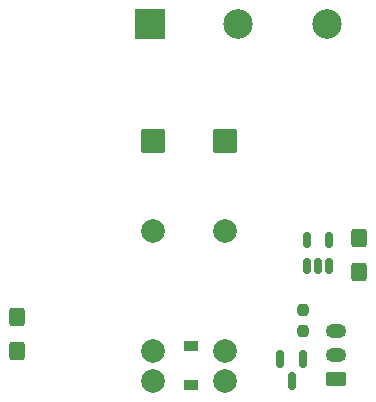
<source format=gbr>
%TF.GenerationSoftware,KiCad,Pcbnew,9.0.1*%
%TF.CreationDate,2025-04-26T14:19:40+02:00*%
%TF.ProjectId,pwr_sply,7077725f-7370-46c7-992e-6b696361645f,rev?*%
%TF.SameCoordinates,Original*%
%TF.FileFunction,Soldermask,Bot*%
%TF.FilePolarity,Negative*%
%FSLAX46Y46*%
G04 Gerber Fmt 4.6, Leading zero omitted, Abs format (unit mm)*
G04 Created by KiCad (PCBNEW 9.0.1) date 2025-04-26 14:19:40*
%MOMM*%
%LPD*%
G01*
G04 APERTURE LIST*
G04 Aperture macros list*
%AMRoundRect*
0 Rectangle with rounded corners*
0 $1 Rounding radius*
0 $2 $3 $4 $5 $6 $7 $8 $9 X,Y pos of 4 corners*
0 Add a 4 corners polygon primitive as box body*
4,1,4,$2,$3,$4,$5,$6,$7,$8,$9,$2,$3,0*
0 Add four circle primitives for the rounded corners*
1,1,$1+$1,$2,$3*
1,1,$1+$1,$4,$5*
1,1,$1+$1,$6,$7*
1,1,$1+$1,$8,$9*
0 Add four rect primitives between the rounded corners*
20,1,$1+$1,$2,$3,$4,$5,0*
20,1,$1+$1,$4,$5,$6,$7,0*
20,1,$1+$1,$6,$7,$8,$9,0*
20,1,$1+$1,$8,$9,$2,$3,0*%
G04 Aperture macros list end*
%ADD10RoundRect,0.102000X0.900000X-0.900000X0.900000X0.900000X-0.900000X0.900000X-0.900000X-0.900000X0*%
%ADD11C,2.004000*%
%ADD12R,2.500000X2.500000*%
%ADD13C,2.500000*%
%ADD14RoundRect,0.250000X0.625000X-0.350000X0.625000X0.350000X-0.625000X0.350000X-0.625000X-0.350000X0*%
%ADD15O,1.750000X1.200000*%
%ADD16R,1.200000X0.900000*%
%ADD17RoundRect,0.250000X0.425000X-0.537500X0.425000X0.537500X-0.425000X0.537500X-0.425000X-0.537500X0*%
%ADD18RoundRect,0.150000X-0.150000X0.587500X-0.150000X-0.587500X0.150000X-0.587500X0.150000X0.587500X0*%
%ADD19RoundRect,0.237500X-0.237500X0.250000X-0.237500X-0.250000X0.237500X-0.250000X0.237500X0.250000X0*%
%ADD20RoundRect,0.150000X0.150000X-0.512500X0.150000X0.512500X-0.150000X0.512500X-0.150000X-0.512500X0*%
%ADD21RoundRect,0.250000X-0.425000X0.537500X-0.425000X-0.537500X0.425000X-0.537500X0.425000X0.537500X0*%
G04 APERTURE END LIST*
D10*
%TO.C,S2*%
X92100000Y-84840000D03*
D11*
X92100000Y-92460000D03*
X92100000Y-102620000D03*
X92100000Y-105160000D03*
%TD*%
D10*
%TO.C,S1*%
X86050000Y-84840000D03*
D11*
X86050000Y-92460000D03*
X86050000Y-102620000D03*
X86050000Y-105160000D03*
%TD*%
D12*
%TO.C,J1*%
X85750000Y-75000000D03*
D13*
X93250000Y-75000000D03*
X100750000Y-75000000D03*
%TD*%
D14*
%TO.C,J2*%
X101500000Y-105000000D03*
D15*
X101500000Y-103000000D03*
X101500000Y-101000000D03*
%TD*%
D16*
%TO.C,D1*%
X89250000Y-102200000D03*
X89250000Y-105500000D03*
%TD*%
D17*
%TO.C,C2*%
X103500000Y-95937500D03*
X103500000Y-93062500D03*
%TD*%
D18*
%TO.C,Q1*%
X96800000Y-103312500D03*
X98700000Y-103312500D03*
X97750000Y-105187500D03*
%TD*%
D19*
%TO.C,R1*%
X98750000Y-99175000D03*
X98750000Y-101000000D03*
%TD*%
D20*
%TO.C,U1*%
X100950000Y-95500000D03*
X100000000Y-95500000D03*
X99050000Y-95500000D03*
X99050000Y-93225000D03*
X100950000Y-93225000D03*
%TD*%
D21*
%TO.C,C1*%
X74500000Y-99812500D03*
X74500000Y-102687500D03*
%TD*%
M02*

</source>
